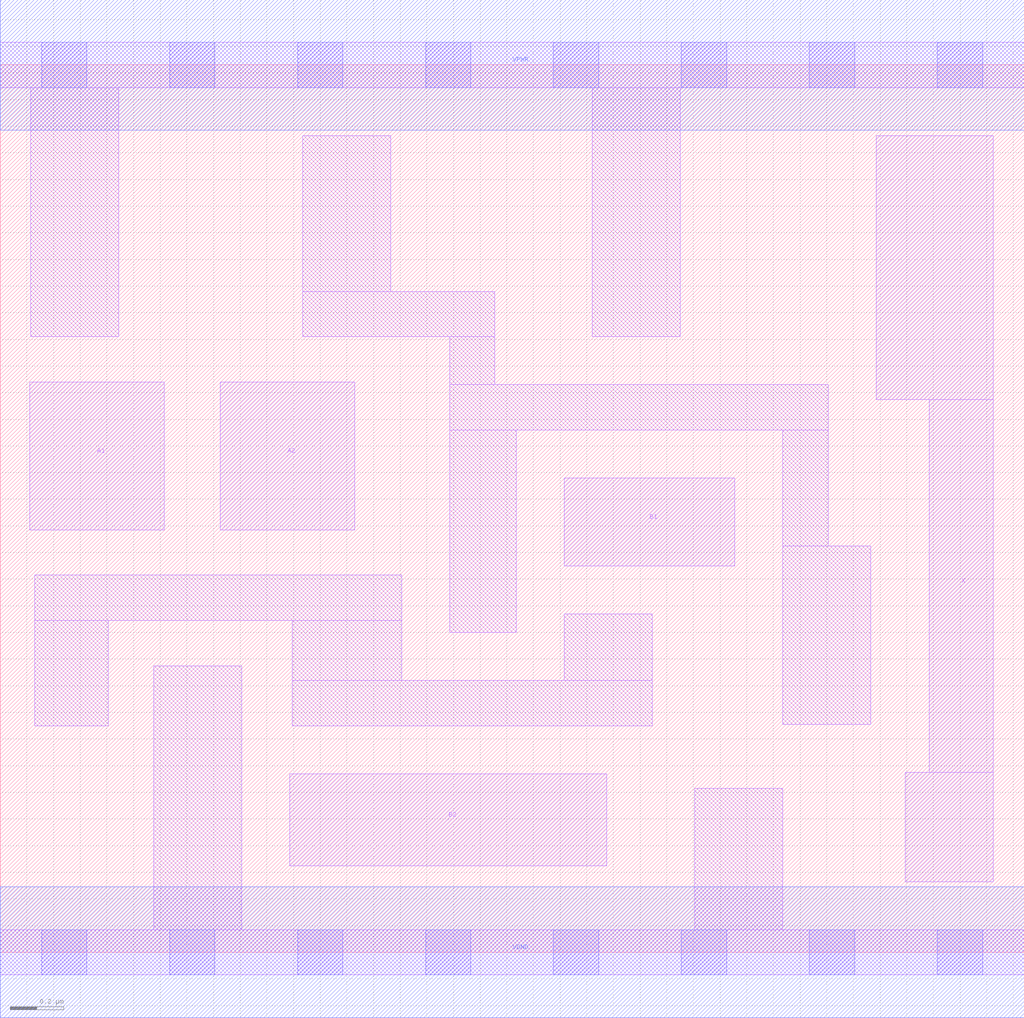
<source format=lef>
# Copyright 2020 The SkyWater PDK Authors
#
# Licensed under the Apache License, Version 2.0 (the "License");
# you may not use this file except in compliance with the License.
# You may obtain a copy of the License at
#
#     https://www.apache.org/licenses/LICENSE-2.0
#
# Unless required by applicable law or agreed to in writing, software
# distributed under the License is distributed on an "AS IS" BASIS,
# WITHOUT WARRANTIES OR CONDITIONS OF ANY KIND, either express or implied.
# See the License for the specific language governing permissions and
# limitations under the License.
#
# SPDX-License-Identifier: Apache-2.0

VERSION 5.7 ;
  NAMESCASESENSITIVE ON ;
  NOWIREEXTENSIONATPIN ON ;
  DIVIDERCHAR "/" ;
  BUSBITCHARS "[]" ;
UNITS
  DATABASE MICRONS 200 ;
END UNITS
MACRO sky130_fd_sc_lp__o22a_lp
  CLASS CORE ;
  SOURCE USER ;
  FOREIGN sky130_fd_sc_lp__o22a_lp ;
  ORIGIN  0.000000  0.000000 ;
  SIZE  3.840000 BY  3.330000 ;
  SYMMETRY X Y R90 ;
  SITE unit ;
  PIN A1
    ANTENNAGATEAREA  0.313000 ;
    DIRECTION INPUT ;
    USE SIGNAL ;
    PORT
      LAYER li1 ;
        RECT 0.110000 1.585000 0.615000 2.140000 ;
    END
  END A1
  PIN A2
    ANTENNAGATEAREA  0.313000 ;
    DIRECTION INPUT ;
    USE SIGNAL ;
    PORT
      LAYER li1 ;
        RECT 0.825000 1.585000 1.330000 2.140000 ;
    END
  END A2
  PIN B1
    ANTENNAGATEAREA  0.313000 ;
    DIRECTION INPUT ;
    USE SIGNAL ;
    PORT
      LAYER li1 ;
        RECT 2.115000 1.450000 2.755000 1.780000 ;
    END
  END B1
  PIN B2
    ANTENNAGATEAREA  0.313000 ;
    DIRECTION INPUT ;
    USE SIGNAL ;
    PORT
      LAYER li1 ;
        RECT 1.085000 0.325000 2.275000 0.670000 ;
    END
  END B2
  PIN X
    ANTENNADIFFAREA  0.404700 ;
    DIRECTION OUTPUT ;
    USE SIGNAL ;
    PORT
      LAYER li1 ;
        RECT 3.285000 2.075000 3.725000 3.065000 ;
        RECT 3.395000 0.265000 3.725000 0.675000 ;
        RECT 3.485000 0.675000 3.725000 2.075000 ;
    END
  END X
  PIN VGND
    DIRECTION INOUT ;
    USE GROUND ;
    PORT
      LAYER met1 ;
        RECT 0.000000 -0.245000 3.840000 0.245000 ;
    END
  END VGND
  PIN VPWR
    DIRECTION INOUT ;
    USE POWER ;
    PORT
      LAYER met1 ;
        RECT 0.000000 3.085000 3.840000 3.575000 ;
    END
  END VPWR
  OBS
    LAYER li1 ;
      RECT 0.000000 -0.085000 3.840000 0.085000 ;
      RECT 0.000000  3.245000 3.840000 3.415000 ;
      RECT 0.115000  2.310000 0.445000 3.245000 ;
      RECT 0.130000  0.850000 0.405000 1.245000 ;
      RECT 0.130000  1.245000 1.505000 1.415000 ;
      RECT 0.575000  0.085000 0.905000 1.075000 ;
      RECT 1.095000  0.850000 2.445000 1.020000 ;
      RECT 1.095000  1.020000 1.505000 1.245000 ;
      RECT 1.135000  2.310000 1.855000 2.480000 ;
      RECT 1.135000  2.480000 1.465000 3.065000 ;
      RECT 1.685000  1.200000 1.935000 1.960000 ;
      RECT 1.685000  1.960000 3.105000 2.130000 ;
      RECT 1.685000  2.130000 1.855000 2.310000 ;
      RECT 2.115000  1.020000 2.445000 1.270000 ;
      RECT 2.220000  2.310000 2.550000 3.245000 ;
      RECT 2.605000  0.085000 2.935000 0.615000 ;
      RECT 2.935000  0.855000 3.265000 1.525000 ;
      RECT 2.935000  1.525000 3.105000 1.960000 ;
    LAYER mcon ;
      RECT 0.155000 -0.085000 0.325000 0.085000 ;
      RECT 0.155000  3.245000 0.325000 3.415000 ;
      RECT 0.635000 -0.085000 0.805000 0.085000 ;
      RECT 0.635000  3.245000 0.805000 3.415000 ;
      RECT 1.115000 -0.085000 1.285000 0.085000 ;
      RECT 1.115000  3.245000 1.285000 3.415000 ;
      RECT 1.595000 -0.085000 1.765000 0.085000 ;
      RECT 1.595000  3.245000 1.765000 3.415000 ;
      RECT 2.075000 -0.085000 2.245000 0.085000 ;
      RECT 2.075000  3.245000 2.245000 3.415000 ;
      RECT 2.555000 -0.085000 2.725000 0.085000 ;
      RECT 2.555000  3.245000 2.725000 3.415000 ;
      RECT 3.035000 -0.085000 3.205000 0.085000 ;
      RECT 3.035000  3.245000 3.205000 3.415000 ;
      RECT 3.515000 -0.085000 3.685000 0.085000 ;
      RECT 3.515000  3.245000 3.685000 3.415000 ;
  END
END sky130_fd_sc_lp__o22a_lp

</source>
